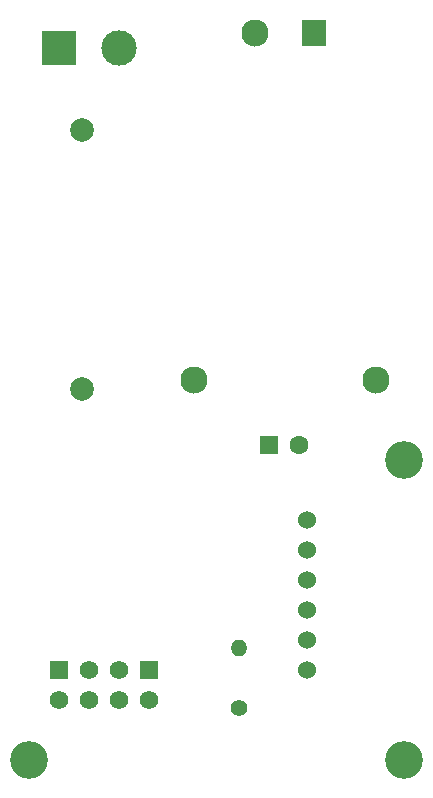
<source format=gbr>
%TF.GenerationSoftware,KiCad,Pcbnew,(5.1.9)-1*%
%TF.CreationDate,2021-08-24T10:45:27+02:00*%
%TF.ProjectId,PCB,5043422e-6b69-4636-9164-5f7063625858,rev?*%
%TF.SameCoordinates,Original*%
%TF.FileFunction,Soldermask,Top*%
%TF.FilePolarity,Negative*%
%FSLAX46Y46*%
G04 Gerber Fmt 4.6, Leading zero omitted, Abs format (unit mm)*
G04 Created by KiCad (PCBNEW (5.1.9)-1) date 2021-08-24 10:45:27*
%MOMM*%
%LPD*%
G01*
G04 APERTURE LIST*
%ADD10C,3.200000*%
%ADD11C,1.524000*%
%ADD12C,1.575000*%
%ADD13R,1.575000X1.575000*%
%ADD14O,1.400000X1.400000*%
%ADD15C,1.400000*%
%ADD16C,2.300000*%
%ADD17R,2.000000X2.300000*%
%ADD18C,3.000000*%
%ADD19R,3.000000X3.000000*%
%ADD20C,2.000000*%
%ADD21C,1.600000*%
%ADD22R,1.600000X1.600000*%
G04 APERTURE END LIST*
D10*
%TO.C,M3*%
X127000000Y-81280000D03*
%TD*%
%TO.C,M2*%
X127000000Y-106680000D03*
%TD*%
%TO.C,M1*%
X95250000Y-106680000D03*
%TD*%
D11*
%TO.C,U2*%
X118745000Y-86360000D03*
X118745000Y-88900000D03*
X118745000Y-91440000D03*
X118745000Y-93980000D03*
X118745000Y-96520000D03*
X118745000Y-99060000D03*
%TD*%
D12*
%TO.C,U1*%
X105410000Y-101600000D03*
X102870000Y-101600000D03*
X100330000Y-101600000D03*
X97790000Y-101600000D03*
D13*
X97790000Y-99060000D03*
D12*
X100330000Y-99060000D03*
X102870000Y-99060000D03*
D13*
X105410000Y-99060000D03*
%TD*%
D14*
%TO.C,R1*%
X113030000Y-97155000D03*
D15*
X113030000Y-102235000D03*
%TD*%
D16*
%TO.C,PS1*%
X109180000Y-74485000D03*
X114380000Y-45085000D03*
D17*
X119380000Y-45085000D03*
D16*
X124580000Y-74485000D03*
%TD*%
D18*
%TO.C,J1*%
X102870000Y-46355000D03*
D19*
X97790000Y-46355000D03*
%TD*%
D20*
%TO.C,F1*%
X99695000Y-53330000D03*
X99695000Y-75230000D03*
%TD*%
D21*
%TO.C,C1*%
X118070000Y-80010000D03*
D22*
X115570000Y-80010000D03*
%TD*%
M02*

</source>
